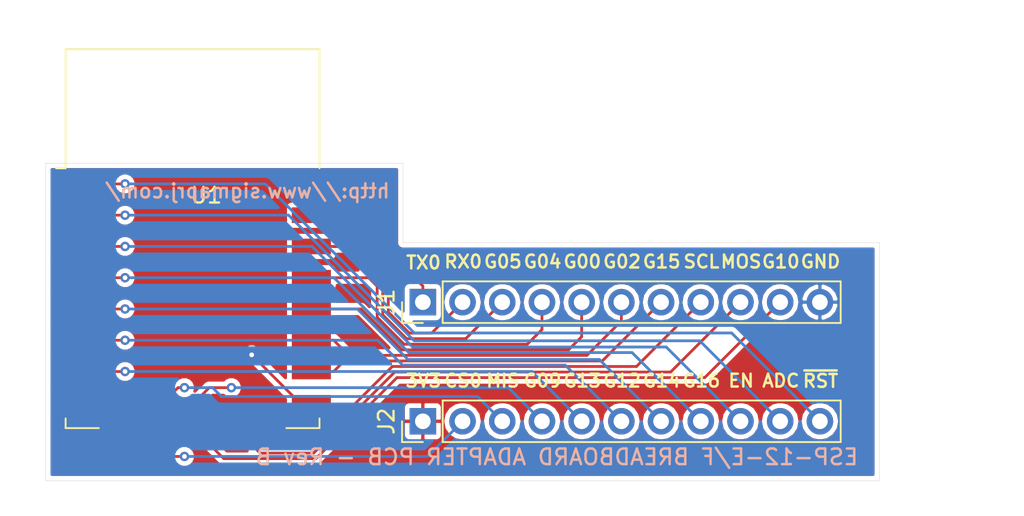
<source format=kicad_pcb>
(kicad_pcb (version 20171130) (host pcbnew 5.0.2+dfsg1-1)

  (general
    (thickness 1.6)
    (drawings 31)
    (tracks 140)
    (zones 0)
    (modules 3)
    (nets 23)
  )

  (page A4)
  (title_block
    (title "ESP-12-E/F BREADBOARD ADAPTER PCB")
    (date 2021-01-17)
    (rev B)
    (company SIGMAPRJ.COM)
    (comment 2 http://creativecommons.org/publicdomain/zero/1.0/)
    (comment 3 "License: CC0-1.0")
    (comment 4 "Author: SIGMAPRJ.COM")
  )

  (layers
    (0 F.Cu signal)
    (31 B.Cu signal)
    (32 B.Adhes user hide)
    (33 F.Adhes user hide)
    (34 B.Paste user)
    (35 F.Paste user)
    (36 B.SilkS user)
    (37 F.SilkS user)
    (38 B.Mask user)
    (39 F.Mask user)
    (40 Dwgs.User user)
    (41 Cmts.User user)
    (42 Eco1.User user hide)
    (43 Eco2.User user hide)
    (44 Edge.Cuts user)
    (45 Margin user hide)
    (46 B.CrtYd user hide)
    (47 F.CrtYd user hide)
    (48 B.Fab user)
    (49 F.Fab user)
  )

  (setup
    (last_trace_width 0.127)
    (trace_clearance 0.127)
    (zone_clearance 0.3)
    (zone_45_only no)
    (trace_min 0.127)
    (segment_width 0.0254)
    (edge_width 0.15)
    (via_size 0.6)
    (via_drill 0.3)
    (via_min_size 0.6)
    (via_min_drill 0.3)
    (uvia_size 0.3)
    (uvia_drill 0.1)
    (uvias_allowed no)
    (uvia_min_size 0.2)
    (uvia_min_drill 0.1)
    (pcb_text_width 0.3)
    (pcb_text_size 1.5 1.5)
    (mod_edge_width 0.15)
    (mod_text_size 1 1)
    (mod_text_width 0.15)
    (pad_size 1 1.8)
    (pad_drill 0)
    (pad_to_mask_clearance 0.051)
    (solder_mask_min_width 0.25)
    (aux_axis_origin 0 0)
    (visible_elements FFFFFF7F)
    (pcbplotparams
      (layerselection 0x010fc_ffffffff)
      (usegerberextensions false)
      (usegerberattributes false)
      (usegerberadvancedattributes false)
      (creategerberjobfile false)
      (excludeedgelayer true)
      (linewidth 0.100000)
      (plotframeref false)
      (viasonmask false)
      (mode 1)
      (useauxorigin false)
      (hpglpennumber 1)
      (hpglpenspeed 20)
      (hpglpendiameter 15.000000)
      (psnegative false)
      (psa4output false)
      (plotreference true)
      (plotvalue true)
      (plotinvisibletext false)
      (padsonsilk false)
      (subtractmaskfromsilk false)
      (outputformat 1)
      (mirror false)
      (drillshape 0)
      (scaleselection 1)
      (outputdirectory "gerbers"))
  )

  (net 0 "")
  (net 1 GND)
  (net 2 SCLK)
  (net 3 MOSI)
  (net 4 GPIO10)
  (net 5 GPIO15)
  (net 6 GPIO2)
  (net 7 GPIO0)
  (net 8 GPIO4)
  (net 9 GPIO5)
  (net 10 RXD0)
  (net 11 TXD0)
  (net 12 +3V3)
  (net 13 CS0)
  (net 14 MISO)
  (net 15 GPIO9)
  (net 16 GPIO13)
  (net 17 GPIO12)
  (net 18 GPIO14)
  (net 19 GPIO16)
  (net 20 EN)
  (net 21 ADC)
  (net 22 ~RST)

  (net_class Default "This is the default net class."
    (clearance 0.127)
    (trace_width 0.127)
    (via_dia 0.6)
    (via_drill 0.3)
    (uvia_dia 0.3)
    (uvia_drill 0.1)
  )

  (net_class Normal ""
    (clearance 0.1778)
    (trace_width 0.1778)
    (via_dia 0.6)
    (via_drill 0.3)
    (uvia_dia 0.3)
    (uvia_drill 0.1)
    (add_net +3V3)
    (add_net ADC)
    (add_net CS0)
    (add_net EN)
    (add_net GND)
    (add_net GPIO0)
    (add_net GPIO10)
    (add_net GPIO12)
    (add_net GPIO13)
    (add_net GPIO14)
    (add_net GPIO15)
    (add_net GPIO16)
    (add_net GPIO2)
    (add_net GPIO4)
    (add_net GPIO5)
    (add_net GPIO9)
    (add_net MISO)
    (add_net MOSI)
    (add_net RXD0)
    (add_net SCLK)
    (add_net TXD0)
    (add_net ~RST)
  )

  (module RF_Module:ESP-12E (layer F.Cu) (tedit 5DE59E7F) (tstamp 5DE43AE4)
    (at 131.318 96.266)
    (descr "Wi-Fi Module, http://wiki.ai-thinker.com/_media/esp8266/docs/aithinker_esp_12f_datasheet_en.pdf")
    (tags "Wi-Fi Module")
    (path /5DE1988F)
    (attr smd)
    (fp_text reference U1 (at 0.882 -2.766) (layer F.SilkS)
      (effects (font (size 1 1) (thickness 0.15)))
    )
    (fp_text value ESP-12E (at -0.06 -12.78) (layer F.Fab)
      (effects (font (size 1 1) (thickness 0.15)))
    )
    (fp_text user Antenna (at -0.06 -7 180) (layer Cmts.User)
      (effects (font (size 1 1) (thickness 0.15)))
    )
    (fp_text user "KEEP-OUT ZONE" (at 0.03 -9.55 180) (layer Cmts.User)
      (effects (font (size 1 1) (thickness 0.15)))
    )
    (fp_text user %R (at 0.49 -0.8) (layer F.Fab)
      (effects (font (size 1 1) (thickness 0.15)))
    )
    (fp_line (start -8 -12) (end 8 -12) (layer F.Fab) (width 0.12))
    (fp_line (start 8 -12) (end 8 12) (layer F.Fab) (width 0.12))
    (fp_line (start 8 12) (end -8 12) (layer F.Fab) (width 0.12))
    (fp_line (start -8 12) (end -8 -3) (layer F.Fab) (width 0.12))
    (fp_line (start -8 -3) (end -7.5 -3.5) (layer F.Fab) (width 0.12))
    (fp_line (start -7.5 -3.5) (end -8 -4) (layer F.Fab) (width 0.12))
    (fp_line (start -8 -4) (end -8 -12) (layer F.Fab) (width 0.12))
    (fp_line (start -9.05 -12.2) (end 9.05 -12.2) (layer F.CrtYd) (width 0.05))
    (fp_line (start 9.05 -12.2) (end 9.05 13.1) (layer F.CrtYd) (width 0.05))
    (fp_line (start 9.05 13.1) (end -9.05 13.1) (layer F.CrtYd) (width 0.05))
    (fp_line (start -9.05 13.1) (end -9.05 -12.2) (layer F.CrtYd) (width 0.05))
    (fp_line (start -8.12 -12.12) (end 8.12 -12.12) (layer F.SilkS) (width 0.12))
    (fp_line (start 8.12 -12.12) (end 8.12 -4.5) (layer F.SilkS) (width 0.12))
    (fp_line (start 8.12 11.5) (end 8.12 12.12) (layer F.SilkS) (width 0.12))
    (fp_line (start 8.12 12.12) (end 6 12.12) (layer F.SilkS) (width 0.12))
    (fp_line (start -6 12.12) (end -8.12 12.12) (layer F.SilkS) (width 0.12))
    (fp_line (start -8.12 12.12) (end -8.12 11.5) (layer F.SilkS) (width 0.12))
    (fp_line (start -8.12 -4.5) (end -8.12 -12.12) (layer F.SilkS) (width 0.12))
    (fp_line (start -8.12 -4.5) (end -8.73 -4.5) (layer F.SilkS) (width 0.12))
    (fp_line (start -8.12 -12.12) (end 8.12 -12.12) (layer Dwgs.User) (width 0.12))
    (fp_line (start 8.12 -12.12) (end 8.12 -4.8) (layer Dwgs.User) (width 0.12))
    (fp_line (start 8.12 -4.8) (end -8.12 -4.8) (layer Dwgs.User) (width 0.12))
    (fp_line (start -8.12 -4.8) (end -8.12 -12.12) (layer Dwgs.User) (width 0.12))
    (fp_line (start -8.12 -9.12) (end -5.12 -12.12) (layer Dwgs.User) (width 0.12))
    (fp_line (start -8.12 -6.12) (end -2.12 -12.12) (layer Dwgs.User) (width 0.12))
    (fp_line (start -6.44 -4.8) (end 0.88 -12.12) (layer Dwgs.User) (width 0.12))
    (fp_line (start -3.44 -4.8) (end 3.88 -12.12) (layer Dwgs.User) (width 0.12))
    (fp_line (start -0.44 -4.8) (end 6.88 -12.12) (layer Dwgs.User) (width 0.12))
    (fp_line (start 2.56 -4.8) (end 8.12 -10.36) (layer Dwgs.User) (width 0.12))
    (fp_line (start 5.56 -4.8) (end 8.12 -7.36) (layer Dwgs.User) (width 0.12))
    (pad 1 smd rect (at -7.6 -3.5) (size 2.5 1) (layers F.Cu F.Paste F.Mask)
      (net 22 ~RST))
    (pad 2 smd rect (at -7.6 -1.5) (size 2.5 1) (layers F.Cu F.Paste F.Mask)
      (net 21 ADC))
    (pad 3 smd rect (at -7.6 0.5) (size 2.5 1) (layers F.Cu F.Paste F.Mask)
      (net 20 EN))
    (pad 4 smd rect (at -7.6 2.5) (size 2.5 1) (layers F.Cu F.Paste F.Mask)
      (net 19 GPIO16))
    (pad 5 smd rect (at -7.6 4.5) (size 2.5 1) (layers F.Cu F.Paste F.Mask)
      (net 18 GPIO14))
    (pad 6 smd rect (at -7.6 6.5) (size 2.5 1) (layers F.Cu F.Paste F.Mask)
      (net 17 GPIO12))
    (pad 7 smd rect (at -7.6 8.5) (size 2.5 1) (layers F.Cu F.Paste F.Mask)
      (net 16 GPIO13))
    (pad 8 smd rect (at -7.6 10.5) (size 2.5 1) (layers F.Cu F.Paste F.Mask)
      (net 12 +3V3))
    (pad 9 smd rect (at -5 12) (size 1 1.8) (layers F.Cu F.Paste F.Mask)
      (net 13 CS0))
    (pad 10 smd rect (at -3 12) (size 1 1.8) (layers F.Cu F.Paste F.Mask)
      (net 14 MISO))
    (pad 11 smd rect (at -1 12) (size 1 1.8) (layers F.Cu F.Paste F.Mask)
      (net 15 GPIO9))
    (pad 12 smd rect (at 1 12) (size 1 1.8) (layers F.Cu F.Paste F.Mask)
      (net 4 GPIO10))
    (pad 13 smd rect (at 3 12) (size 1 1.8) (layers F.Cu F.Paste F.Mask)
      (net 3 MOSI))
    (pad 14 smd rect (at 5 12) (size 1 1.8) (layers F.Cu F.Paste F.Mask)
      (net 2 SCLK))
    (pad 15 smd rect (at 7.6 10.5) (size 2.5 1) (layers F.Cu F.Paste F.Mask)
      (net 1 GND))
    (pad 16 smd rect (at 7.6 8.5) (size 2.5 1) (layers F.Cu F.Paste F.Mask)
      (net 5 GPIO15))
    (pad 17 smd rect (at 7.6 6.5) (size 2.5 1) (layers F.Cu F.Paste F.Mask)
      (net 6 GPIO2))
    (pad 18 smd rect (at 7.6 4.5) (size 2.5 1) (layers F.Cu F.Paste F.Mask)
      (net 7 GPIO0))
    (pad 19 smd rect (at 7.6 2.5) (size 2.5 1) (layers F.Cu F.Paste F.Mask)
      (net 8 GPIO4))
    (pad 20 smd rect (at 7.6 0.5) (size 2.5 1) (layers F.Cu F.Paste F.Mask)
      (net 9 GPIO5))
    (pad 21 smd rect (at 7.6 -1.5) (size 2.5 1) (layers F.Cu F.Paste F.Mask)
      (net 10 RXD0))
    (pad 22 smd rect (at 7.6 -3.5) (size 2.5 1) (layers F.Cu F.Paste F.Mask)
      (net 11 TXD0))
    (model ${KISYS3DMOD}/RF_Module.3dshapes/ESP-12E.wrl
      (at (xyz 0 0 0))
      (scale (xyz 1 1 1))
      (rotate (xyz 0 0 0))
    )
  )

  (module Connector_PinHeader_2.54mm:PinHeader_1x11_P2.54mm_Vertical locked (layer F.Cu) (tedit 59FED5CC) (tstamp 5DE43285)
    (at 146.05 100.33 90)
    (descr "Through hole straight pin header, 1x11, 2.54mm pitch, single row")
    (tags "Through hole pin header THT 1x11 2.54mm single row")
    (path /5DE19B8A)
    (fp_text reference J1 (at 0 -2.33 90) (layer F.SilkS)
      (effects (font (size 1 1) (thickness 0.15)))
    )
    (fp_text value Conn_01x11 (at -2.7178 13.1826 180) (layer F.Fab)
      (effects (font (size 1 1) (thickness 0.15)))
    )
    (fp_text user %R (at 0 12.7 180) (layer F.Fab)
      (effects (font (size 1 1) (thickness 0.15)))
    )
    (fp_line (start 1.8 -1.8) (end -1.8 -1.8) (layer F.CrtYd) (width 0.05))
    (fp_line (start 1.8 27.2) (end 1.8 -1.8) (layer F.CrtYd) (width 0.05))
    (fp_line (start -1.8 27.2) (end 1.8 27.2) (layer F.CrtYd) (width 0.05))
    (fp_line (start -1.8 -1.8) (end -1.8 27.2) (layer F.CrtYd) (width 0.05))
    (fp_line (start -1.33 -1.33) (end 0 -1.33) (layer F.SilkS) (width 0.12))
    (fp_line (start -1.33 0) (end -1.33 -1.33) (layer F.SilkS) (width 0.12))
    (fp_line (start -1.33 1.27) (end 1.33 1.27) (layer F.SilkS) (width 0.12))
    (fp_line (start 1.33 1.27) (end 1.33 26.73) (layer F.SilkS) (width 0.12))
    (fp_line (start -1.33 1.27) (end -1.33 26.73) (layer F.SilkS) (width 0.12))
    (fp_line (start -1.33 26.73) (end 1.33 26.73) (layer F.SilkS) (width 0.12))
    (fp_line (start -1.27 -0.635) (end -0.635 -1.27) (layer F.Fab) (width 0.1))
    (fp_line (start -1.27 26.67) (end -1.27 -0.635) (layer F.Fab) (width 0.1))
    (fp_line (start 1.27 26.67) (end -1.27 26.67) (layer F.Fab) (width 0.1))
    (fp_line (start 1.27 -1.27) (end 1.27 26.67) (layer F.Fab) (width 0.1))
    (fp_line (start -0.635 -1.27) (end 1.27 -1.27) (layer F.Fab) (width 0.1))
    (pad 11 thru_hole oval (at 0 25.4 90) (size 1.7 1.7) (drill 1) (layers *.Cu *.Mask)
      (net 1 GND))
    (pad 10 thru_hole oval (at 0 22.86 90) (size 1.7 1.7) (drill 1) (layers *.Cu *.Mask)
      (net 4 GPIO10))
    (pad 9 thru_hole oval (at 0 20.32 90) (size 1.7 1.7) (drill 1) (layers *.Cu *.Mask)
      (net 3 MOSI))
    (pad 8 thru_hole oval (at 0 17.78 90) (size 1.7 1.7) (drill 1) (layers *.Cu *.Mask)
      (net 2 SCLK))
    (pad 7 thru_hole oval (at 0 15.24 90) (size 1.7 1.7) (drill 1) (layers *.Cu *.Mask)
      (net 5 GPIO15))
    (pad 6 thru_hole oval (at 0 12.7 90) (size 1.7 1.7) (drill 1) (layers *.Cu *.Mask)
      (net 6 GPIO2))
    (pad 5 thru_hole oval (at 0 10.16 90) (size 1.7 1.7) (drill 1) (layers *.Cu *.Mask)
      (net 7 GPIO0))
    (pad 4 thru_hole oval (at 0 7.62 90) (size 1.7 1.7) (drill 1) (layers *.Cu *.Mask)
      (net 8 GPIO4))
    (pad 3 thru_hole oval (at 0 5.08 90) (size 1.7 1.7) (drill 1) (layers *.Cu *.Mask)
      (net 9 GPIO5))
    (pad 2 thru_hole oval (at 0 2.54 90) (size 1.7 1.7) (drill 1) (layers *.Cu *.Mask)
      (net 10 RXD0))
    (pad 1 thru_hole rect (at 0 0 90) (size 1.7 1.7) (drill 1) (layers *.Cu *.Mask)
      (net 11 TXD0))
    (model ${KISYS3DMOD}/Connector_PinHeader_2.54mm.3dshapes/PinHeader_1x11_P2.54mm_Vertical.wrl
      (at (xyz 0 0 0))
      (scale (xyz 1 1 1))
      (rotate (xyz 0 0 0))
    )
  )

  (module Connector_PinHeader_2.54mm:PinHeader_1x11_P2.54mm_Vertical locked (layer F.Cu) (tedit 59FED5CC) (tstamp 5DE432A4)
    (at 146.05 107.95 90)
    (descr "Through hole straight pin header, 1x11, 2.54mm pitch, single row")
    (tags "Through hole pin header THT 1x11 2.54mm single row")
    (path /5DE19AD0)
    (fp_text reference J2 (at 0 -2.33 90) (layer F.SilkS)
      (effects (font (size 1 1) (thickness 0.15)))
    )
    (fp_text value Conn_01x11 (at -3.048 13.208 180) (layer F.Fab)
      (effects (font (size 1 1) (thickness 0.15)))
    )
    (fp_line (start -0.635 -1.27) (end 1.27 -1.27) (layer F.Fab) (width 0.1))
    (fp_line (start 1.27 -1.27) (end 1.27 26.67) (layer F.Fab) (width 0.1))
    (fp_line (start 1.27 26.67) (end -1.27 26.67) (layer F.Fab) (width 0.1))
    (fp_line (start -1.27 26.67) (end -1.27 -0.635) (layer F.Fab) (width 0.1))
    (fp_line (start -1.27 -0.635) (end -0.635 -1.27) (layer F.Fab) (width 0.1))
    (fp_line (start -1.33 26.73) (end 1.33 26.73) (layer F.SilkS) (width 0.12))
    (fp_line (start -1.33 1.27) (end -1.33 26.73) (layer F.SilkS) (width 0.12))
    (fp_line (start 1.33 1.27) (end 1.33 26.73) (layer F.SilkS) (width 0.12))
    (fp_line (start -1.33 1.27) (end 1.33 1.27) (layer F.SilkS) (width 0.12))
    (fp_line (start -1.33 0) (end -1.33 -1.33) (layer F.SilkS) (width 0.12))
    (fp_line (start -1.33 -1.33) (end 0 -1.33) (layer F.SilkS) (width 0.12))
    (fp_line (start -1.8 -1.8) (end -1.8 27.2) (layer F.CrtYd) (width 0.05))
    (fp_line (start -1.8 27.2) (end 1.8 27.2) (layer F.CrtYd) (width 0.05))
    (fp_line (start 1.8 27.2) (end 1.8 -1.8) (layer F.CrtYd) (width 0.05))
    (fp_line (start 1.8 -1.8) (end -1.8 -1.8) (layer F.CrtYd) (width 0.05))
    (fp_text user %R (at 0 12.7 180) (layer F.Fab)
      (effects (font (size 1 1) (thickness 0.15)))
    )
    (pad 1 thru_hole rect (at 0 0 90) (size 1.7 1.7) (drill 1) (layers *.Cu *.Mask)
      (net 12 +3V3))
    (pad 2 thru_hole oval (at 0 2.54 90) (size 1.7 1.7) (drill 1) (layers *.Cu *.Mask)
      (net 13 CS0))
    (pad 3 thru_hole oval (at 0 5.08 90) (size 1.7 1.7) (drill 1) (layers *.Cu *.Mask)
      (net 14 MISO))
    (pad 4 thru_hole oval (at 0 7.62 90) (size 1.7 1.7) (drill 1) (layers *.Cu *.Mask)
      (net 15 GPIO9))
    (pad 5 thru_hole oval (at 0 10.16 90) (size 1.7 1.7) (drill 1) (layers *.Cu *.Mask)
      (net 16 GPIO13))
    (pad 6 thru_hole oval (at 0 12.7 90) (size 1.7 1.7) (drill 1) (layers *.Cu *.Mask)
      (net 17 GPIO12))
    (pad 7 thru_hole oval (at 0 15.24 90) (size 1.7 1.7) (drill 1) (layers *.Cu *.Mask)
      (net 18 GPIO14))
    (pad 8 thru_hole oval (at 0 17.78 90) (size 1.7 1.7) (drill 1) (layers *.Cu *.Mask)
      (net 19 GPIO16))
    (pad 9 thru_hole oval (at 0 20.32 90) (size 1.7 1.7) (drill 1) (layers *.Cu *.Mask)
      (net 20 EN))
    (pad 10 thru_hole oval (at 0 22.86 90) (size 1.7 1.7) (drill 1) (layers *.Cu *.Mask)
      (net 21 ADC))
    (pad 11 thru_hole oval (at 0 25.4 90) (size 1.7 1.7) (drill 1) (layers *.Cu *.Mask)
      (net 22 ~RST))
    (model ${KISYS3DMOD}/Connector_PinHeader_2.54mm.3dshapes/PinHeader_1x11_P2.54mm_Vertical.wrl
      (at (xyz 0 0 0))
      (scale (xyz 1 1 1))
      (rotate (xyz 0 0 0))
    )
  )

  (gr_text http://www.sigmaprj.com/ (at 144.018 93.218) (layer B.SilkS) (tstamp 5FF62D33)
    (effects (font (size 0.9 0.9) (thickness 0.16)) (justify left mirror))
  )
  (gr_text "ESP-12-E/F BREADBOARD ADAPTER PCB - Rev B" (at 173.99 110.236) (layer B.SilkS)
    (effects (font (size 1 1) (thickness 0.16)) (justify left mirror))
  )
  (gr_text GND (at 171.49 97.7354) (layer F.SilkS) (tstamp 5DE6D5DF)
    (effects (font (size 0.82 0.82) (thickness 0.16)))
  )
  (gr_text G10 (at 168.95 97.7354) (layer F.SilkS) (tstamp 5DE6D5DD)
    (effects (font (size 0.82 0.82) (thickness 0.16)))
  )
  (gr_text MOS (at 166.41 97.7354) (layer F.SilkS) (tstamp 5DE6D5DB)
    (effects (font (size 0.82 0.82) (thickness 0.16)))
  )
  (gr_text SCL (at 163.87 97.7354) (layer F.SilkS) (tstamp 5DE6D5D9)
    (effects (font (size 0.82 0.82) (thickness 0.16)))
  )
  (gr_text G15 (at 161.33 97.7354) (layer F.SilkS) (tstamp 5DE6D5D7)
    (effects (font (size 0.82 0.82) (thickness 0.16)))
  )
  (gr_text G02 (at 158.79 97.7354) (layer F.SilkS) (tstamp 5DE6D5D5)
    (effects (font (size 0.82 0.82) (thickness 0.16)))
  )
  (gr_text G00 (at 156.25 97.7354) (layer F.SilkS) (tstamp 5DE6D27A)
    (effects (font (size 0.82 0.82) (thickness 0.16)))
  )
  (gr_text G04 (at 153.71 97.7354) (layer F.SilkS) (tstamp 5DE6D247)
    (effects (font (size 0.82 0.82) (thickness 0.16)))
  )
  (gr_text G05 (at 151.17 97.7354) (layer F.SilkS) (tstamp 5DE6D244)
    (effects (font (size 0.82 0.82) (thickness 0.16)))
  )
  (gr_text RX0 (at 148.63 97.7354) (layer F.SilkS) (tstamp 5DE6D241)
    (effects (font (size 0.82 0.82) (thickness 0.16)))
  )
  (gr_text TX0 (at 146.09 97.8) (layer F.SilkS) (tstamp 5DE6D23E)
    (effects (font (size 0.82 0.82) (thickness 0.16)))
  )
  (gr_text ~RST (at 171.49 105.3741) (layer F.SilkS) (tstamp 5DE6D1DA)
    (effects (font (size 0.82 0.82) (thickness 0.16)))
  )
  (gr_text ADC (at 168.95 105.3554) (layer F.SilkS) (tstamp 5DE6D1D1)
    (effects (font (size 0.82 0.82) (thickness 0.16)))
  )
  (gr_text EN (at 166.41 105.3554) (layer F.SilkS) (tstamp 5DE6D1C8)
    (effects (font (size 0.82 0.82) (thickness 0.16)))
  )
  (gr_text G16 (at 163.87 105.3554) (layer F.SilkS) (tstamp 5DE6D1BE)
    (effects (font (size 0.82 0.82) (thickness 0.16)))
  )
  (gr_text G14 (at 161.33 105.3554) (layer F.SilkS) (tstamp 5DE6D1B4)
    (effects (font (size 0.82 0.82) (thickness 0.16)))
  )
  (gr_text G12 (at 158.79 105.3554) (layer F.SilkS) (tstamp 5DE6D1A8)
    (effects (font (size 0.82 0.82) (thickness 0.16)))
  )
  (gr_text G13 (at 156.25 105.3554) (layer F.SilkS) (tstamp 5DE6D18E)
    (effects (font (size 0.82 0.82) (thickness 0.16)))
  )
  (gr_text G09 (at 153.71 105.3554) (layer F.SilkS) (tstamp 5DE6D183)
    (effects (font (size 0.82 0.82) (thickness 0.16)))
  )
  (gr_text MIS (at 151.17 105.3554) (layer F.SilkS) (tstamp 5DE6D170)
    (effects (font (size 0.82 0.82) (thickness 0.16)))
  )
  (gr_text CS0 (at 148.63 105.3554) (layer F.SilkS) (tstamp 5DE6D169)
    (effects (font (size 0.82 0.82) (thickness 0.16)))
  )
  (gr_text 3V3 (at 146.09 105.3554) (layer F.SilkS)
    (effects (font (size 0.82 0.82) (thickness 0.16)))
  )
  (gr_line (start 175.26 111.76) (end 175.26 96.52) (layer Edge.Cuts) (width 0.0254))
  (gr_line (start 121.92 111.76) (end 175.26 111.76) (layer Edge.Cuts) (width 0.0254))
  (gr_line (start 121.92 91.44) (end 121.92 111.76) (layer Edge.Cuts) (width 0.0254))
  (gr_line (start 144.78 91.44) (end 121.92 91.44) (layer Edge.Cuts) (width 0.0254))
  (gr_line (start 144.78 96.52) (end 144.78 91.44) (layer Edge.Cuts) (width 0.0254))
  (gr_line (start 175.26 96.52) (end 144.78 96.52) (layer Edge.Cuts) (width 0.0254))
  (dimension 7.62 (width 0.0762) (layer F.Fab)
    (gr_text "300 mils" (at 182.2936 104.143924 90) (layer F.Fab)
      (effects (font (size 1.5 1.5) (thickness 0.0762)))
    )
    (feature1 (pts (xy 171.516362 100.333924) (xy 181.186421 100.333924)))
    (feature2 (pts (xy 171.516362 107.953924) (xy 181.186421 107.953924)))
    (crossbar (pts (xy 180.6 107.953924) (xy 180.6 100.333924)))
    (arrow1a (pts (xy 180.6 100.333924) (xy 181.186421 101.460428)))
    (arrow1b (pts (xy 180.6 100.333924) (xy 180.013579 101.460428)))
    (arrow2a (pts (xy 180.6 107.953924) (xy 181.186421 106.82742)))
    (arrow2b (pts (xy 180.6 107.953924) (xy 180.013579 106.82742)))
  )

  (segment (start 138.918 106.766) (end 139.668 106.766) (width 0.1778) (layer F.Cu) (net 1))
  (via (at 135.1 103.7) (size 0.6) (drill 0.3) (layers F.Cu B.Cu) (net 1))
  (segment (start 135.102 103.7) (end 135.1 103.7) (width 0.1778) (layer F.Cu) (net 1))
  (segment (start 138.168 106.766) (end 135.102 103.7) (width 0.1778) (layer F.Cu) (net 1))
  (segment (start 138.918 106.766) (end 138.168 106.766) (width 0.1778) (layer F.Cu) (net 1))
  (segment (start 136.318 108.266) (end 136.9958 108.266) (width 0.1778) (layer F.Cu) (net 2))
  (segment (start 136.318 108.266) (end 140.273 108.266) (width 0.1778) (layer F.Cu) (net 2))
  (segment (start 162.980001 101.179999) (end 163.83 100.33) (width 0.1778) (layer F.Cu) (net 2))
  (segment (start 159.715141 104.444859) (end 162.980001 101.179999) (width 0.1778) (layer F.Cu) (net 2))
  (segment (start 144.094141 104.444859) (end 159.715141 104.444859) (width 0.1778) (layer F.Cu) (net 2))
  (segment (start 140.273 108.266) (end 144.094141 104.444859) (width 0.1778) (layer F.Cu) (net 2))
  (segment (start 134.318 108.666) (end 135.634 109.982) (width 0.1778) (layer F.Cu) (net 3))
  (segment (start 134.318 108.266) (end 134.318 108.666) (width 0.1778) (layer F.Cu) (net 3))
  (segment (start 161.899531 104.800469) (end 165.520001 101.179999) (width 0.1778) (layer F.Cu) (net 3))
  (segment (start 165.520001 101.179999) (end 166.37 100.33) (width 0.1778) (layer F.Cu) (net 3))
  (segment (start 139.065 109.982) (end 144.246531 104.800469) (width 0.1778) (layer F.Cu) (net 3))
  (segment (start 144.246531 104.800469) (end 161.899531 104.800469) (width 0.1778) (layer F.Cu) (net 3))
  (segment (start 135.634 109.982) (end 139.065 109.982) (width 0.1778) (layer F.Cu) (net 3))
  (segment (start 132.318 108.266) (end 132.318 108.666) (width 0.1778) (layer F.Cu) (net 4))
  (segment (start 164.083921 105.156079) (end 168.060001 101.179999) (width 0.1778) (layer F.Cu) (net 4))
  (segment (start 144.393829 105.156079) (end 164.083921 105.156079) (width 0.1778) (layer F.Cu) (net 4))
  (segment (start 139.212299 110.337609) (end 144.393829 105.156079) (width 0.1778) (layer F.Cu) (net 4))
  (segment (start 133.31181 110.33761) (end 139.212299 110.337609) (width 0.1778) (layer F.Cu) (net 4))
  (segment (start 132.318 109.3438) (end 133.31181 110.33761) (width 0.1778) (layer F.Cu) (net 4))
  (segment (start 168.060001 101.179999) (end 168.91 100.33) (width 0.1778) (layer F.Cu) (net 4))
  (segment (start 132.318 108.266) (end 132.318 109.3438) (width 0.1778) (layer F.Cu) (net 4))
  (segment (start 157.530751 104.089249) (end 160.440001 101.179999) (width 0.1778) (layer F.Cu) (net 5))
  (segment (start 141.022551 104.089249) (end 157.530751 104.089249) (width 0.1778) (layer F.Cu) (net 5))
  (segment (start 140.3458 104.766) (end 141.022551 104.089249) (width 0.1778) (layer F.Cu) (net 5))
  (segment (start 160.440001 101.179999) (end 161.29 100.33) (width 0.1778) (layer F.Cu) (net 5))
  (segment (start 138.918 104.766) (end 140.3458 104.766) (width 0.1778) (layer F.Cu) (net 5))
  (segment (start 158.75 101.532081) (end 158.75 100.33) (width 0.1778) (layer F.Cu) (net 6))
  (segment (start 141.313439 103.733639) (end 156.548442 103.733639) (width 0.1778) (layer F.Cu) (net 6))
  (segment (start 140.3458 102.766) (end 141.313439 103.733639) (width 0.1778) (layer F.Cu) (net 6))
  (segment (start 156.548442 103.733639) (end 158.75 101.532081) (width 0.1778) (layer F.Cu) (net 6))
  (segment (start 138.918 102.766) (end 140.3458 102.766) (width 0.1778) (layer F.Cu) (net 6))
  (segment (start 144.708921 103.378029) (end 155.371771 103.378029) (width 0.1778) (layer F.Cu) (net 7))
  (segment (start 142.096892 100.766) (end 144.708921 103.378029) (width 0.1778) (layer F.Cu) (net 7))
  (segment (start 138.918 100.766) (end 142.096892 100.766) (width 0.1778) (layer F.Cu) (net 7))
  (segment (start 156.21 102.5398) (end 156.21 100.33) (width 0.1778) (layer F.Cu) (net 7))
  (segment (start 155.371771 103.378029) (end 156.21 102.5398) (width 0.1778) (layer F.Cu) (net 7))
  (segment (start 138.918 98.766) (end 142.582131 98.766) (width 0.1778) (layer F.Cu) (net 8))
  (segment (start 143.12899 99.312859) (end 143.12899 101.29519) (width 0.1778) (layer F.Cu) (net 8))
  (segment (start 142.582131 98.766) (end 143.12899 99.312859) (width 0.1778) (layer F.Cu) (net 8))
  (segment (start 144.856219 103.022419) (end 152.730181 103.022419) (width 0.1778) (layer F.Cu) (net 8))
  (segment (start 143.12899 101.29519) (end 144.856219 103.022419) (width 0.1778) (layer F.Cu) (net 8))
  (segment (start 153.67 102.0826) (end 153.67 100.33) (width 0.1778) (layer F.Cu) (net 8))
  (segment (start 152.730181 103.022419) (end 153.67 102.0826) (width 0.1778) (layer F.Cu) (net 8))
  (segment (start 145.008609 102.666809) (end 148.793191 102.666809) (width 0.1778) (layer F.Cu) (net 9))
  (segment (start 143.4846 101.1428) (end 145.008609 102.666809) (width 0.1778) (layer F.Cu) (net 9))
  (segment (start 148.793191 102.666809) (end 149.4 102.06) (width 0.1778) (layer F.Cu) (net 9))
  (segment (start 143.4846 99.165561) (end 143.4846 101.1428) (width 0.1778) (layer F.Cu) (net 9))
  (segment (start 141.093039 96.774) (end 143.4846 99.165561) (width 0.1778) (layer F.Cu) (net 9))
  (segment (start 140.3538 96.774) (end 141.093039 96.774) (width 0.1778) (layer F.Cu) (net 9))
  (segment (start 149.148791 102.311209) (end 149.4 102.06) (width 0.1778) (layer F.Cu) (net 9))
  (segment (start 149.4 102.06) (end 151.13 100.33) (width 0.1778) (layer F.Cu) (net 9))
  (segment (start 140.3458 96.766) (end 140.3538 96.774) (width 0.1778) (layer F.Cu) (net 9))
  (segment (start 138.918 96.766) (end 140.3458 96.766) (width 0.1778) (layer F.Cu) (net 9))
  (segment (start 138.918 94.766) (end 139.668 94.766) (width 0.127) (layer F.Cu) (net 10))
  (segment (start 139.668 94.766) (end 139.7202 94.8182) (width 0.1778) (layer F.Cu) (net 10))
  (segment (start 139.7202 94.898253) (end 143.8402 99.018253) (width 0.1778) (layer F.Cu) (net 10))
  (segment (start 139.7202 94.8182) (end 139.7202 94.898253) (width 0.1778) (layer F.Cu) (net 10))
  (segment (start 143.8402 99.018253) (end 143.8402 100.965) (width 0.1778) (layer F.Cu) (net 10))
  (segment (start 143.8402 100.965) (end 145.1864 102.3112) (width 0.1778) (layer F.Cu) (net 10))
  (segment (start 146.6088 102.3112) (end 148.59 100.33) (width 0.1778) (layer F.Cu) (net 10))
  (segment (start 145.1864 102.3112) (end 146.6088 102.3112) (width 0.1778) (layer F.Cu) (net 10))
  (segment (start 143.953055 98.6282) (end 140.843 95.518145) (width 0.1778) (layer F.Cu) (net 11))
  (segment (start 139.668 92.766) (end 138.918 92.766) (width 0.1778) (layer F.Cu) (net 11))
  (segment (start 140.843 93.941) (end 139.668 92.766) (width 0.1778) (layer F.Cu) (net 11))
  (segment (start 140.843 95.518145) (end 140.843 93.941) (width 0.1778) (layer F.Cu) (net 11))
  (segment (start 145.376 98.6282) (end 146.05 99.3022) (width 0.1778) (layer F.Cu) (net 11))
  (segment (start 146.05 99.3022) (end 146.05 100.33) (width 0.1778) (layer F.Cu) (net 11))
  (segment (start 143.953055 98.6282) (end 145.376 98.6282) (width 0.1778) (layer F.Cu) (net 11))
  (via (at 130.8 110.2) (size 0.6) (drill 0.3) (layers F.Cu B.Cu) (net 13))
  (segment (start 126.318 108.266) (end 126.318 108.666) (width 0.1778) (layer F.Cu) (net 13))
  (segment (start 126.318 108.666) (end 127.852 110.2) (width 0.1778) (layer F.Cu) (net 13))
  (segment (start 127.852 110.2) (end 128.252 110.2) (width 0.1778) (layer F.Cu) (net 13))
  (segment (start 128.252 110.2) (end 130.8 110.2) (width 0.1778) (layer F.Cu) (net 13))
  (segment (start 146.34 110.2) (end 148.59 107.95) (width 0.1778) (layer B.Cu) (net 13))
  (segment (start 130.8 110.2) (end 146.34 110.2) (width 0.1778) (layer B.Cu) (net 13))
  (via (at 130.8 105.8) (size 0.6) (drill 0.3) (layers F.Cu B.Cu) (net 14))
  (segment (start 130.384 105.8) (end 130.8 105.8) (width 0.1778) (layer F.Cu) (net 14))
  (segment (start 128.318 107.866) (end 130.384 105.8) (width 0.1778) (layer F.Cu) (net 14))
  (segment (start 128.318 108.266) (end 128.318 107.866) (width 0.1778) (layer F.Cu) (net 14))
  (segment (start 130.8 105.8) (end 132.6 105.8) (width 0.1778) (layer B.Cu) (net 14))
  (segment (start 149.546701 106.366701) (end 150.280001 107.100001) (width 0.1778) (layer B.Cu) (net 14))
  (segment (start 133.166701 106.366701) (end 149.546701 106.366701) (width 0.1778) (layer B.Cu) (net 14))
  (segment (start 150.280001 107.100001) (end 151.13 107.95) (width 0.1778) (layer B.Cu) (net 14))
  (segment (start 132.6 105.8) (end 133.166701 106.366701) (width 0.1778) (layer B.Cu) (net 14))
  (via (at 133.8 105.8) (size 0.6) (drill 0.3) (layers F.Cu B.Cu) (net 15))
  (segment (start 132.384 105.8) (end 133.8 105.8) (width 0.1778) (layer F.Cu) (net 15))
  (segment (start 130.318 107.866) (end 132.384 105.8) (width 0.1778) (layer F.Cu) (net 15))
  (segment (start 130.318 108.266) (end 130.318 107.866) (width 0.1778) (layer F.Cu) (net 15))
  (segment (start 151.52 105.8) (end 153.67 107.95) (width 0.1778) (layer B.Cu) (net 15))
  (segment (start 133.8 105.8) (end 151.52 105.8) (width 0.1778) (layer B.Cu) (net 15))
  (via (at 127 104.766) (size 0.6) (drill 0.3) (layers F.Cu B.Cu) (net 16))
  (segment (start 123.718 104.766) (end 127 104.766) (width 0.1778) (layer F.Cu) (net 16))
  (segment (start 135.8 104.766) (end 153.026 104.766) (width 0.1778) (layer B.Cu) (net 16))
  (segment (start 127 104.766) (end 135.8 104.766) (width 0.1778) (layer B.Cu) (net 16))
  (segment (start 153.026 104.766) (end 156.21 107.95) (width 0.1778) (layer B.Cu) (net 16))
  (segment (start 135.8 104.766) (end 135.966 104.766) (width 0.1778) (layer B.Cu) (net 16))
  (via (at 127 102.766) (size 0.6) (drill 0.3) (layers F.Cu B.Cu) (net 17))
  (segment (start 123.718 102.766) (end 127 102.766) (width 0.1778) (layer F.Cu) (net 17))
  (segment (start 157.900001 107.100001) (end 158.75 107.95) (width 0.1778) (layer B.Cu) (net 17))
  (segment (start 127 102.766) (end 143.166 102.766) (width 0.1778) (layer B.Cu) (net 17))
  (segment (start 143.166 102.766) (end 144.75561 104.35561) (width 0.1778) (layer B.Cu) (net 17))
  (segment (start 155.15561 104.35561) (end 157.900001 107.100001) (width 0.1778) (layer B.Cu) (net 17))
  (segment (start 144.75561 104.35561) (end 155.15561 104.35561) (width 0.1778) (layer B.Cu) (net 17))
  (via (at 127 100.766) (size 0.6) (drill 0.3) (layers F.Cu B.Cu) (net 18))
  (segment (start 123.718 100.766) (end 127 100.766) (width 0.1778) (layer F.Cu) (net 18))
  (segment (start 145.097092 104) (end 157.34 104) (width 0.1778) (layer B.Cu) (net 18))
  (segment (start 157.34 104) (end 161.29 107.95) (width 0.1778) (layer B.Cu) (net 18))
  (segment (start 141.863092 100.766) (end 145.097092 104) (width 0.1778) (layer B.Cu) (net 18))
  (segment (start 127 100.766) (end 141.863092 100.766) (width 0.1778) (layer B.Cu) (net 18))
  (via (at 127 98.766) (size 0.6) (drill 0.3) (layers F.Cu B.Cu) (net 19))
  (segment (start 123.718 98.766) (end 127 98.766) (width 0.1778) (layer F.Cu) (net 19))
  (segment (start 162.980001 107.100001) (end 163.83 107.95) (width 0.1778) (layer B.Cu) (net 19))
  (segment (start 127 98.766) (end 140.366 98.766) (width 0.1778) (layer B.Cu) (net 19))
  (segment (start 140.366 98.766) (end 145.15561 103.55561) (width 0.1778) (layer B.Cu) (net 19))
  (segment (start 145.15561 103.55561) (end 159.43561 103.55561) (width 0.1778) (layer B.Cu) (net 19))
  (segment (start 159.43561 103.55561) (end 162.980001 107.100001) (width 0.1778) (layer B.Cu) (net 19))
  (segment (start 123.718 96.766) (end 127.2366 96.766) (width 0.1778) (layer F.Cu) (net 20))
  (via (at 127 96.766) (size 0.6) (drill 0.3) (layers F.Cu B.Cu) (net 20))
  (segment (start 145.394184 103.2) (end 161.62 103.2) (width 0.1778) (layer B.Cu) (net 20))
  (segment (start 138.960184 96.766) (end 145.394184 103.2) (width 0.1778) (layer B.Cu) (net 20))
  (segment (start 161.62 103.2) (end 166.37 107.95) (width 0.1778) (layer B.Cu) (net 20))
  (segment (start 127 96.766) (end 138.960184 96.766) (width 0.1778) (layer B.Cu) (net 20))
  (segment (start 123.718 94.766) (end 127 94.766) (width 0.1778) (layer F.Cu) (net 21))
  (via (at 127 94.766) (size 0.6) (drill 0.3) (layers F.Cu B.Cu) (net 21))
  (segment (start 163.76 102.8) (end 168.91 107.95) (width 0.1778) (layer B.Cu) (net 21))
  (segment (start 145.497092 102.8) (end 163.76 102.8) (width 0.1778) (layer B.Cu) (net 21))
  (segment (start 137.463092 94.766) (end 145.497092 102.8) (width 0.1778) (layer B.Cu) (net 21))
  (segment (start 127 94.766) (end 137.463092 94.766) (width 0.1778) (layer B.Cu) (net 21))
  (segment (start 123.718 92.766) (end 127 92.766) (width 0.1778) (layer F.Cu) (net 22))
  (via (at 127 92.766) (size 0.6) (drill 0.3) (layers F.Cu B.Cu) (net 22))
  (segment (start 127 92.766) (end 135.966 92.766) (width 0.1778) (layer B.Cu) (net 22))
  (segment (start 135.966 92.766) (end 145.5 102.3) (width 0.1778) (layer B.Cu) (net 22))
  (segment (start 165.8 102.3) (end 170.333299 106.833299) (width 0.1778) (layer B.Cu) (net 22))
  (segment (start 145.5 102.3) (end 165.8 102.3) (width 0.1778) (layer B.Cu) (net 22))
  (segment (start 170.333299 106.833299) (end 171.45 107.95) (width 0.1778) (layer B.Cu) (net 22))

  (zone (net 12) (net_name +3V3) (layer F.Cu) (tstamp 5FF63179) (hatch edge 0.508)
    (connect_pads (clearance 0.3))
    (min_thickness 0.2)
    (fill yes (arc_segments 16) (thermal_gap 0.3) (thermal_bridge_width 0.21))
    (polygon
      (pts
        (xy 120 82.5) (xy 120 112.5) (xy 177.5 112.5) (xy 177.5 82.5)
      )
    )
    (filled_polygon
      (pts
        (xy 144.3673 96.479354) (xy 144.359215 96.52) (xy 144.391245 96.681027) (xy 144.448022 96.766) (xy 144.48246 96.81754)
        (xy 144.618973 96.908755) (xy 144.78 96.940785) (xy 144.820646 96.9327) (xy 174.847301 96.9327) (xy 174.8473 111.3473)
        (xy 122.3327 111.3473) (xy 122.3327 107.642914) (xy 122.388435 107.666) (xy 123.613 107.666) (xy 123.713 107.566)
        (xy 123.713 106.771) (xy 123.723 106.771) (xy 123.723 107.566) (xy 123.823 107.666) (xy 125.047565 107.666)
        (xy 125.194582 107.605104) (xy 125.307104 107.492582) (xy 125.359535 107.366) (xy 125.410164 107.366) (xy 125.410164 109.166)
        (xy 125.441209 109.322072) (xy 125.529616 109.454384) (xy 125.661928 109.542791) (xy 125.818 109.573836) (xy 126.534428 109.573836)
        (xy 127.472247 110.511656) (xy 127.499523 110.552477) (xy 127.661241 110.660534) (xy 127.803848 110.6889) (xy 127.803849 110.6889)
        (xy 127.852 110.698478) (xy 127.900151 110.6889) (xy 130.29895 110.6889) (xy 130.403482 110.793432) (xy 130.660761 110.9)
        (xy 130.939239 110.9) (xy 131.196518 110.793432) (xy 131.393432 110.596518) (xy 131.5 110.339239) (xy 131.5 110.060761)
        (xy 131.393432 109.803482) (xy 131.196518 109.606568) (xy 131.000276 109.525282) (xy 131.106384 109.454384) (xy 131.194791 109.322072)
        (xy 131.225836 109.166) (xy 131.225836 107.649572) (xy 131.410164 107.465244) (xy 131.410164 109.166) (xy 131.441209 109.322072)
        (xy 131.529616 109.454384) (xy 131.661928 109.542791) (xy 131.818 109.573836) (xy 131.883711 109.573836) (xy 131.965524 109.696277)
        (xy 132.006344 109.723552) (xy 132.93206 110.649269) (xy 132.959334 110.690087) (xy 133.000152 110.717361) (xy 133.000154 110.717363)
        (xy 133.12105 110.798143) (xy 133.121051 110.798143) (xy 133.121052 110.798144) (xy 133.263659 110.82651) (xy 133.31181 110.836088)
        (xy 133.359961 110.82651) (xy 139.164147 110.826508) (xy 139.212299 110.836086) (xy 139.403058 110.798142) (xy 139.523954 110.717362)
        (xy 139.523955 110.717361) (xy 139.564776 110.690085) (xy 139.592052 110.649265) (xy 142.186317 108.055) (xy 144.8 108.055)
        (xy 144.8 108.879565) (xy 144.860896 109.026582) (xy 144.973418 109.139104) (xy 145.120435 109.2) (xy 145.945 109.2)
        (xy 146.045 109.1) (xy 146.045 107.955) (xy 146.055 107.955) (xy 146.055 109.1) (xy 146.155 109.2)
        (xy 146.979565 109.2) (xy 147.126582 109.139104) (xy 147.239104 109.026582) (xy 147.3 108.879565) (xy 147.3 108.055)
        (xy 147.2 107.955) (xy 146.055 107.955) (xy 146.045 107.955) (xy 144.9 107.955) (xy 144.8 108.055)
        (xy 142.186317 108.055) (xy 142.291317 107.95) (xy 147.315512 107.95) (xy 147.412527 108.437725) (xy 147.688801 108.851199)
        (xy 148.102275 109.127473) (xy 148.466891 109.2) (xy 148.713109 109.2) (xy 149.077725 109.127473) (xy 149.491199 108.851199)
        (xy 149.767473 108.437725) (xy 149.86 107.972563) (xy 149.952527 108.437725) (xy 150.228801 108.851199) (xy 150.642275 109.127473)
        (xy 151.006891 109.2) (xy 151.253109 109.2) (xy 151.617725 109.127473) (xy 152.031199 108.851199) (xy 152.307473 108.437725)
        (xy 152.4 107.972563) (xy 152.492527 108.437725) (xy 152.768801 108.851199) (xy 153.182275 109.127473) (xy 153.546891 109.2)
        (xy 153.793109 109.2) (xy 154.157725 109.127473) (xy 154.571199 108.851199) (xy 154.847473 108.437725) (xy 154.94 107.972563)
        (xy 155.032527 108.437725) (xy 155.308801 108.851199) (xy 155.722275 109.127473) (xy 156.086891 109.2) (xy 156.333109 109.2)
        (xy 156.697725 109.127473) (xy 157.111199 108.851199) (xy 157.387473 108.437725) (xy 157.48 107.972563) (xy 157.572527 108.437725)
        (xy 157.848801 108.851199) (xy 158.262275 109.127473) (xy 158.626891 109.2) (xy 158.873109 109.2) (xy 159.237725 109.127473)
        (xy 159.651199 108.851199) (xy 159.927473 108.437725) (xy 160.02 107.972563) (xy 160.112527 108.437725) (xy 160.388801 108.851199)
        (xy 160.802275 109.127473) (xy 161.166891 109.2) (xy 161.413109 109.2) (xy 161.777725 109.127473) (xy 162.191199 108.851199)
        (xy 162.467473 108.437725) (xy 162.56 107.972563) (xy 162.652527 108.437725) (xy 162.928801 108.851199) (xy 163.342275 109.127473)
        (xy 163.706891 109.2) (xy 163.953109 109.2) (xy 164.317725 109.127473) (xy 164.731199 108.851199) (xy 165.007473 108.437725)
        (xy 165.1 107.972563) (xy 165.192527 108.437725) (xy 165.468801 108.851199) (xy 165.882275 109.127473) (xy 166.246891 109.2)
        (xy 166.493109 109.2) (xy 166.857725 109.127473) (xy 167.271199 108.851199) (xy 167.547473 108.437725) (xy 167.64 107.972563)
        (xy 167.732527 108.437725) (xy 168.008801 108.851199) (xy 168.422275 109.127473) (xy 168.786891 109.2) (xy 169.033109 109.2)
        (xy 169.397725 109.127473) (xy 169.811199 108.851199) (xy 170.087473 108.437725) (xy 170.18 107.972563) (xy 170.272527 108.437725)
        (xy 170.548801 108.851199) (xy 170.962275 109.127473) (xy 171.326891 109.2) (xy 171.573109 109.2) (xy 171.937725 109.127473)
        (xy 172.351199 108.851199) (xy 172.627473 108.437725) (xy 172.724488 107.95) (xy 172.627473 107.462275) (xy 172.351199 107.048801)
        (xy 171.937725 106.772527) (xy 171.573109 106.7) (xy 171.326891 106.7) (xy 170.962275 106.772527) (xy 170.548801 107.048801)
        (xy 170.272527 107.462275) (xy 170.18 107.927437) (xy 170.087473 107.462275) (xy 169.811199 107.048801) (xy 169.397725 106.772527)
        (xy 169.033109 106.7) (xy 168.786891 106.7) (xy 168.422275 106.772527) (xy 168.008801 107.048801) (xy 167.732527 107.462275)
        (xy 167.64 107.927437) (xy 167.547473 107.462275) (xy 167.271199 107.048801) (xy 166.857725 106.772527) (xy 166.493109 106.7)
        (xy 166.246891 106.7) (xy 165.882275 106.772527) (xy 165.468801 107.048801) (xy 165.192527 107.462275) (xy 165.1 107.927437)
        (xy 165.007473 107.462275) (xy 164.731199 107.048801) (xy 164.317725 106.772527) (xy 163.953109 106.7) (xy 163.706891 106.7)
        (xy 163.342275 106.772527) (xy 162.928801 107.048801) (xy 162.652527 107.462275) (xy 162.56 107.927437) (xy 162.467473 107.462275)
        (xy 162.191199 107.048801) (xy 161.777725 106.772527) (xy 161.413109 106.7) (xy 161.166891 106.7) (xy 160.802275 106.772527)
        (xy 160.388801 107.048801) (xy 160.112527 107.462275) (xy 160.02 107.927437) (xy 159.927473 107.462275) (xy 159.651199 107.048801)
        (xy 159.237725 106.772527) (xy 158.873109 106.7) (xy 158.626891 106.7) (xy 158.262275 106.772527) (xy 157.848801 107.048801)
        (xy 157.572527 107.462275) (xy 157.48 107.927437) (xy 157.387473 107.462275) (xy 157.111199 107.048801) (xy 156.697725 106.772527)
        (xy 156.333109 106.7) (xy 156.086891 106.7) (xy 155.722275 106.772527) (xy 155.308801 107.048801) (xy 155.032527 107.462275)
        (xy 154.94 107.927437) (xy 154.847473 107.462275) (xy 154.571199 107.048801) (xy 154.157725 106.772527) (xy 153.793109 106.7)
        (xy 153.546891 106.7) (xy 153.182275 106.772527) (xy 152.768801 107.048801) (xy 152.492527 107.462275) (xy 152.4 107.927437)
        (xy 152.307473 107.462275) (xy 152.031199 107.048801) (xy 151.617725 106.772527) (xy 151.253109 106.7) (xy 151.006891 106.7)
        (xy 150.642275 106.772527) (xy 150.228801 107.048801) (xy 149.952527 107.462275) (xy 149.86 107.927437) (xy 149.767473 107.462275)
        (xy 149.491199 107.048801) (xy 149.077725 106.772527) (xy 148.713109 106.7) (xy 148.466891 106.7) (xy 148.102275 106.772527)
        (xy 147.688801 107.048801) (xy 147.412527 107.462275) (xy 147.315512 107.95) (xy 142.291317 107.95) (xy 143.220882 107.020435)
        (xy 144.8 107.020435) (xy 144.8 107.845) (xy 144.9 107.945) (xy 146.045 107.945) (xy 146.045 106.8)
        (xy 146.055 106.8) (xy 146.055 107.945) (xy 147.2 107.945) (xy 147.3 107.845) (xy 147.3 107.020435)
        (xy 147.239104 106.873418) (xy 147.126582 106.760896) (xy 146.979565 106.7) (xy 146.155 106.7) (xy 146.055 106.8)
        (xy 146.045 106.8) (xy 145.945 106.7) (xy 145.120435 106.7) (xy 144.973418 106.760896) (xy 144.860896 106.873418)
        (xy 144.8 107.020435) (xy 143.220882 107.020435) (xy 144.596338 105.644979) (xy 164.035774 105.644979) (xy 164.083921 105.654556)
        (xy 164.132068 105.644979) (xy 164.132073 105.644979) (xy 164.27468 105.616613) (xy 164.436398 105.508556) (xy 164.463676 105.467733)
        (xy 168.42366 101.507749) (xy 168.786891 101.58) (xy 169.033109 101.58) (xy 169.397725 101.507473) (xy 169.811199 101.231199)
        (xy 170.087473 100.817725) (xy 170.18 100.352563) (xy 170.272527 100.817725) (xy 170.548801 101.231199) (xy 170.962275 101.507473)
        (xy 171.326891 101.58) (xy 171.573109 101.58) (xy 171.937725 101.507473) (xy 172.351199 101.231199) (xy 172.627473 100.817725)
        (xy 172.724488 100.33) (xy 172.627473 99.842275) (xy 172.351199 99.428801) (xy 171.937725 99.152527) (xy 171.573109 99.08)
        (xy 171.326891 99.08) (xy 170.962275 99.152527) (xy 170.548801 99.428801) (xy 170.272527 99.842275) (xy 170.18 100.307437)
        (xy 170.087473 99.842275) (xy 169.811199 99.428801) (xy 169.397725 99.152527) (xy 169.033109 99.08) (xy 168.786891 99.08)
        (xy 168.422275 99.152527) (xy 168.008801 99.428801) (xy 167.732527 99.842275) (xy 167.64 100.307437) (xy 167.547473 99.842275)
        (xy 167.271199 99.428801) (xy 166.857725 99.152527) (xy 166.493109 99.08) (xy 166.246891 99.08) (xy 165.882275 99.152527)
        (xy 165.468801 99.428801) (xy 165.192527 99.842275) (xy 165.1 100.307437) (xy 165.007473 99.842275) (xy 164.731199 99.428801)
        (xy 164.317725 99.152527) (xy 163.953109 99.08) (xy 163.706891 99.08) (xy 163.342275 99.152527) (xy 162.928801 99.428801)
        (xy 162.652527 99.842275) (xy 162.56 100.307437) (xy 162.467473 99.842275) (xy 162.191199 99.428801) (xy 161.777725 99.152527)
        (xy 161.413109 99.08) (xy 161.166891 99.08) (xy 160.802275 99.152527) (xy 160.388801 99.428801) (xy 160.112527 99.842275)
        (xy 160.02 100.307437) (xy 159.927473 99.842275) (xy 159.651199 99.428801) (xy 159.237725 99.152527) (xy 158.873109 99.08)
        (xy 158.626891 99.08) (xy 158.262275 99.152527) (xy 157.848801 99.428801) (xy 157.572527 99.842275) (xy 157.48 100.307437)
        (xy 157.387473 99.842275) (xy 157.111199 99.428801) (xy 156.697725 99.152527) (xy 156.333109 99.08) (xy 156.086891 99.08)
        (xy 155.722275 99.152527) (xy 155.308801 99.428801) (xy 155.032527 99.842275) (xy 154.94 100.307437) (xy 154.847473 99.842275)
        (xy 154.571199 99.428801) (xy 154.157725 99.152527) (xy 153.793109 99.08) (xy 153.546891 99.08) (xy 153.182275 99.152527)
        (xy 152.768801 99.428801) (xy 152.492527 99.842275) (xy 152.4 100.307437) (xy 152.307473 99.842275) (xy 152.031199 99.428801)
        (xy 151.617725 99.152527) (xy 151.253109 99.08) (xy 151.006891 99.08) (xy 150.642275 99.152527) (xy 150.228801 99.428801)
        (xy 149.952527 99.842275) (xy 149.86 100.307437) (xy 149.767473 99.842275) (xy 149.491199 99.428801) (xy 149.077725 99.152527)
        (xy 148.713109 99.08) (xy 148.466891 99.08) (xy 148.102275 99.152527) (xy 147.688801 99.428801) (xy 147.412527 99.842275)
        (xy 147.315512 100.33) (xy 147.412251 100.81634) (xy 147.307836 100.920755) (xy 147.307836 99.48) (xy 147.276791 99.323928)
        (xy 147.188384 99.191616) (xy 147.056072 99.103209) (xy 146.9 99.072164) (xy 146.48429 99.072164) (xy 146.455685 99.029354)
        (xy 146.429753 98.990544) (xy 146.402477 98.949723) (xy 146.361657 98.922448) (xy 145.755754 98.316546) (xy 145.728477 98.275723)
        (xy 145.566759 98.167666) (xy 145.424152 98.1393) (xy 145.424147 98.1393) (xy 145.376 98.129723) (xy 145.327853 98.1393)
        (xy 144.155564 98.1393) (xy 141.3319 95.315637) (xy 141.3319 93.989147) (xy 141.341477 93.941) (xy 141.3319 93.892853)
        (xy 141.3319 93.892848) (xy 141.303534 93.750241) (xy 141.195477 93.588523) (xy 141.154656 93.561247) (xy 140.575836 92.982428)
        (xy 140.575836 92.266) (xy 140.544791 92.109928) (xy 140.456384 91.977616) (xy 140.324072 91.889209) (xy 140.168 91.858164)
        (xy 137.668 91.858164) (xy 137.511928 91.889209) (xy 137.379616 91.977616) (xy 137.291209 92.109928) (xy 137.260164 92.266)
        (xy 137.260164 93.266) (xy 137.291209 93.422072) (xy 137.379616 93.554384) (xy 137.511928 93.642791) (xy 137.668 93.673836)
        (xy 139.884428 93.673836) (xy 140.068755 93.858164) (xy 137.668 93.858164) (xy 137.511928 93.889209) (xy 137.379616 93.977616)
        (xy 137.291209 94.109928) (xy 137.260164 94.266) (xy 137.260164 95.266) (xy 137.291209 95.422072) (xy 137.379616 95.554384)
        (xy 137.511928 95.642791) (xy 137.668 95.673836) (xy 139.804375 95.673836) (xy 139.988703 95.858164) (xy 137.668 95.858164)
        (xy 137.511928 95.889209) (xy 137.379616 95.977616) (xy 137.291209 96.109928) (xy 137.260164 96.266) (xy 137.260164 97.266)
        (xy 137.291209 97.422072) (xy 137.379616 97.554384) (xy 137.511928 97.642791) (xy 137.668 97.673836) (xy 140.168 97.673836)
        (xy 140.324072 97.642791) (xy 140.456384 97.554384) (xy 140.544791 97.422072) (xy 140.575836 97.266) (xy 140.575836 97.2629)
        (xy 140.890531 97.2629) (xy 141.904731 98.2771) (xy 140.575836 98.2771) (xy 140.575836 98.266) (xy 140.544791 98.109928)
        (xy 140.456384 97.977616) (xy 140.324072 97.889209) (xy 140.168 97.858164) (xy 137.668 97.858164) (xy 137.511928 97.889209)
        (xy 137.379616 97.977616) (xy 137.291209 98.109928) (xy 137.260164 98.266) (xy 137.260164 99.266) (xy 137.291209 99.422072)
        (xy 137.379616 99.554384) (xy 137.511928 99.642791) (xy 137.668 99.673836) (xy 140.168 99.673836) (xy 140.324072 99.642791)
        (xy 140.456384 99.554384) (xy 140.544791 99.422072) (xy 140.575836 99.266) (xy 140.575836 99.2549) (xy 142.379623 99.2549)
        (xy 142.64009 99.515368) (xy 142.640091 100.617791) (xy 142.476646 100.454346) (xy 142.449369 100.413523) (xy 142.287651 100.305466)
        (xy 142.145044 100.2771) (xy 142.145039 100.2771) (xy 142.096892 100.267523) (xy 142.048745 100.2771) (xy 140.575836 100.2771)
        (xy 140.575836 100.266) (xy 140.544791 100.109928) (xy 140.456384 99.977616) (xy 140.324072 99.889209) (xy 140.168 99.858164)
        (xy 137.668 99.858164) (xy 137.511928 99.889209) (xy 137.379616 99.977616) (xy 137.291209 100.109928) (xy 137.260164 100.266)
        (xy 137.260164 101.266) (xy 137.291209 101.422072) (xy 137.379616 101.554384) (xy 137.511928 101.642791) (xy 137.668 101.673836)
        (xy 140.168 101.673836) (xy 140.324072 101.642791) (xy 140.456384 101.554384) (xy 140.544791 101.422072) (xy 140.575836 101.266)
        (xy 140.575836 101.2549) (xy 141.894384 101.2549) (xy 143.884222 103.244739) (xy 141.515948 103.244739) (xy 140.725554 102.454346)
        (xy 140.698277 102.413523) (xy 140.575836 102.33171) (xy 140.575836 102.266) (xy 140.544791 102.109928) (xy 140.456384 101.977616)
        (xy 140.324072 101.889209) (xy 140.168 101.858164) (xy 137.668 101.858164) (xy 137.511928 101.889209) (xy 137.379616 101.977616)
        (xy 137.291209 102.109928) (xy 137.260164 102.266) (xy 137.260164 103.266) (xy 137.291209 103.422072) (xy 137.379616 103.554384)
        (xy 137.511928 103.642791) (xy 137.668 103.673836) (xy 140.168 103.673836) (xy 140.324072 103.642791) (xy 140.448226 103.559835)
        (xy 140.652085 103.763694) (xy 140.642798 103.777593) (xy 140.448226 103.972165) (xy 140.324072 103.889209) (xy 140.168 103.858164)
        (xy 137.668 103.858164) (xy 137.511928 103.889209) (xy 137.379616 103.977616) (xy 137.291209 104.109928) (xy 137.260164 104.266)
        (xy 137.260164 105.166755) (xy 135.8 103.706592) (xy 135.8 103.560761) (xy 135.693432 103.303482) (xy 135.496518 103.106568)
        (xy 135.239239 103) (xy 134.960761 103) (xy 134.703482 103.106568) (xy 134.506568 103.303482) (xy 134.4 103.560761)
        (xy 134.4 103.839239) (xy 134.506568 104.096518) (xy 134.703482 104.293432) (xy 134.960761 104.4) (xy 135.110592 104.4)
        (xy 137.260164 106.549573) (xy 137.260164 107.266) (xy 137.291209 107.422072) (xy 137.379616 107.554384) (xy 137.511928 107.642791)
        (xy 137.668 107.673836) (xy 140.168 107.673836) (xy 140.175185 107.672407) (xy 140.070492 107.7771) (xy 137.225836 107.7771)
        (xy 137.225836 107.366) (xy 137.194791 107.209928) (xy 137.106384 107.077616) (xy 136.974072 106.989209) (xy 136.818 106.958164)
        (xy 135.818 106.958164) (xy 135.661928 106.989209) (xy 135.529616 107.077616) (xy 135.441209 107.209928) (xy 135.410164 107.366)
        (xy 135.410164 109.066755) (xy 135.225836 108.882428) (xy 135.225836 107.366) (xy 135.194791 107.209928) (xy 135.106384 107.077616)
        (xy 134.974072 106.989209) (xy 134.818 106.958164) (xy 133.818 106.958164) (xy 133.661928 106.989209) (xy 133.529616 107.077616)
        (xy 133.441209 107.209928) (xy 133.410164 107.366) (xy 133.410164 109.166) (xy 133.441209 109.322072) (xy 133.529616 109.454384)
        (xy 133.661928 109.542791) (xy 133.818 109.573836) (xy 134.534428 109.573836) (xy 134.809302 109.84871) (xy 133.51432 109.848711)
        (xy 133.111835 109.446226) (xy 133.194791 109.322072) (xy 133.225836 109.166) (xy 133.225836 107.366) (xy 133.194791 107.209928)
        (xy 133.106384 107.077616) (xy 132.974072 106.989209) (xy 132.818 106.958164) (xy 131.917245 106.958164) (xy 132.586509 106.2889)
        (xy 133.29895 106.2889) (xy 133.403482 106.393432) (xy 133.660761 106.5) (xy 133.939239 106.5) (xy 134.196518 106.393432)
        (xy 134.393432 106.196518) (xy 134.5 105.939239) (xy 134.5 105.660761) (xy 134.393432 105.403482) (xy 134.196518 105.206568)
        (xy 133.939239 105.1) (xy 133.660761 105.1) (xy 133.403482 105.206568) (xy 133.29895 105.3111) (xy 132.432146 105.3111)
        (xy 132.383999 105.301523) (xy 132.335852 105.3111) (xy 132.335848 105.3111) (xy 132.193241 105.339466) (xy 132.031523 105.447523)
        (xy 132.004247 105.488344) (xy 131.462275 106.030317) (xy 131.5 105.939239) (xy 131.5 105.660761) (xy 131.393432 105.403482)
        (xy 131.196518 105.206568) (xy 130.939239 105.1) (xy 130.660761 105.1) (xy 130.403482 105.206568) (xy 130.289788 105.320262)
        (xy 130.193241 105.339466) (xy 130.031523 105.447523) (xy 130.004247 105.488344) (xy 128.534428 106.958164) (xy 127.818 106.958164)
        (xy 127.661928 106.989209) (xy 127.529616 107.077616) (xy 127.441209 107.209928) (xy 127.410164 107.366) (xy 127.410164 109.066756)
        (xy 127.225836 108.882428) (xy 127.225836 107.366) (xy 127.194791 107.209928) (xy 127.106384 107.077616) (xy 126.974072 106.989209)
        (xy 126.818 106.958164) (xy 125.818 106.958164) (xy 125.661928 106.989209) (xy 125.529616 107.077616) (xy 125.441209 107.209928)
        (xy 125.410164 107.366) (xy 125.359535 107.366) (xy 125.368 107.345565) (xy 125.368 106.871) (xy 125.268 106.771)
        (xy 123.723 106.771) (xy 123.713 106.771) (xy 123.693 106.771) (xy 123.693 106.761) (xy 123.713 106.761)
        (xy 123.713 105.966) (xy 123.723 105.966) (xy 123.723 106.761) (xy 125.268 106.761) (xy 125.368 106.661)
        (xy 125.368 106.186435) (xy 125.307104 106.039418) (xy 125.194582 105.926896) (xy 125.047565 105.866) (xy 123.823 105.866)
        (xy 123.723 105.966) (xy 123.713 105.966) (xy 123.613 105.866) (xy 122.388435 105.866) (xy 122.3327 105.889086)
        (xy 122.3327 105.646923) (xy 122.468 105.673836) (xy 124.968 105.673836) (xy 125.124072 105.642791) (xy 125.256384 105.554384)
        (xy 125.344791 105.422072) (xy 125.375836 105.266) (xy 125.375836 105.2549) (xy 126.49895 105.2549) (xy 126.603482 105.359432)
        (xy 126.860761 105.466) (xy 127.139239 105.466) (xy 127.396518 105.359432) (xy 127.593432 105.162518) (xy 127.7 104.905239)
        (xy 127.7 104.626761) (xy 127.593432 104.369482) (xy 127.396518 104.172568) (xy 127.139239 104.066) (xy 126.860761 104.066)
        (xy 126.603482 104.172568) (xy 126.49895 104.2771) (xy 125.375836 104.2771) (xy 125.375836 104.266) (xy 125.344791 104.109928)
        (xy 125.256384 103.977616) (xy 125.124072 103.889209) (xy 124.968 103.858164) (xy 122.468 103.858164) (xy 122.3327 103.885077)
        (xy 122.3327 103.646923) (xy 122.468 103.673836) (xy 124.968 103.673836) (xy 125.124072 103.642791) (xy 125.256384 103.554384)
        (xy 125.344791 103.422072) (xy 125.375836 103.266) (xy 125.375836 103.2549) (xy 126.49895 103.2549) (xy 126.603482 103.359432)
        (xy 126.860761 103.466) (xy 127.139239 103.466) (xy 127.396518 103.359432) (xy 127.593432 103.162518) (xy 127.7 102.905239)
        (xy 127.7 102.626761) (xy 127.593432 102.369482) (xy 127.396518 102.172568) (xy 127.139239 102.066) (xy 126.860761 102.066)
        (xy 126.603482 102.172568) (xy 126.49895 102.2771) (xy 125.375836 102.2771) (xy 125.375836 102.266) (xy 125.344791 102.109928)
        (xy 125.256384 101.977616) (xy 125.124072 101.889209) (xy 124.968 101.858164) (xy 122.468 101.858164) (xy 122.3327 101.885077)
        (xy 122.3327 101.646923) (xy 122.468 101.673836) (xy 124.968 101.673836) (xy 125.124072 101.642791) (xy 125.256384 101.554384)
        (xy 125.344791 101.422072) (xy 125.375836 101.266) (xy 125.375836 101.2549) (xy 126.49895 101.2549) (xy 126.603482 101.359432)
        (xy 126.860761 101.466) (xy 127.139239 101.466) (xy 127.396518 101.359432) (xy 127.593432 101.162518) (xy 127.7 100.905239)
        (xy 127.7 100.626761) (xy 127.593432 100.369482) (xy 127.396518 100.172568) (xy 127.139239 100.066) (xy 126.860761 100.066)
        (xy 126.603482 100.172568) (xy 126.49895 100.2771) (xy 125.375836 100.2771) (xy 125.375836 100.266) (xy 125.344791 100.109928)
        (xy 125.256384 99.977616) (xy 125.124072 99.889209) (xy 124.968 99.858164) (xy 122.468 99.858164) (xy 122.3327 99.885077)
        (xy 122.3327 99.646923) (xy 122.468 99.673836) (xy 124.968 99.673836) (xy 125.124072 99.642791) (xy 125.256384 99.554384)
        (xy 125.344791 99.422072) (xy 125.375836 99.266) (xy 125.375836 99.2549) (xy 126.49895 99.2549) (xy 126.603482 99.359432)
        (xy 126.860761 99.466) (xy 127.139239 99.466) (xy 127.396518 99.359432) (xy 127.593432 99.162518) (xy 127.7 98.905239)
        (xy 127.7 98.626761) (xy 127.593432 98.369482) (xy 127.396518 98.172568) (xy 127.139239 98.066) (xy 126.860761 98.066)
        (xy 126.603482 98.172568) (xy 126.49895 98.2771) (xy 125.375836 98.2771) (xy 125.375836 98.266) (xy 125.344791 98.109928)
        (xy 125.256384 97.977616) (xy 125.124072 97.889209) (xy 124.968 97.858164) (xy 122.468 97.858164) (xy 122.3327 97.885077)
        (xy 122.3327 97.646923) (xy 122.468 97.673836) (xy 124.968 97.673836) (xy 125.124072 97.642791) (xy 125.256384 97.554384)
        (xy 125.344791 97.422072) (xy 125.375836 97.266) (xy 125.375836 97.2549) (xy 126.49895 97.2549) (xy 126.603482 97.359432)
        (xy 126.860761 97.466) (xy 127.139239 97.466) (xy 127.396518 97.359432) (xy 127.593432 97.162518) (xy 127.648529 97.029501)
        (xy 127.697134 96.956759) (xy 127.735078 96.766) (xy 127.697134 96.575241) (xy 127.648529 96.502499) (xy 127.593432 96.369482)
        (xy 127.396518 96.172568) (xy 127.139239 96.066) (xy 126.860761 96.066) (xy 126.603482 96.172568) (xy 126.49895 96.2771)
        (xy 125.375836 96.2771) (xy 125.375836 96.266) (xy 125.344791 96.109928) (xy 125.256384 95.977616) (xy 125.124072 95.889209)
        (xy 124.968 95.858164) (xy 122.468 95.858164) (xy 122.3327 95.885077) (xy 122.3327 95.646923) (xy 122.468 95.673836)
        (xy 124.968 95.673836) (xy 125.124072 95.642791) (xy 125.256384 95.554384) (xy 125.344791 95.422072) (xy 125.375836 95.266)
        (xy 125.375836 95.2549) (xy 126.49895 95.2549) (xy 126.603482 95.359432) (xy 126.860761 95.466) (xy 127.139239 95.466)
        (xy 127.396518 95.359432) (xy 127.593432 95.162518) (xy 127.7 94.905239) (xy 127.7 94.626761) (xy 127.593432 94.369482)
        (xy 127.396518 94.172568) (xy 127.139239 94.066) (xy 126.860761 94.066) (xy 126.603482 94.172568) (xy 126.49895 94.2771)
        (xy 125.375836 94.2771) (xy 125.375836 94.266) (xy 125.344791 94.109928) (xy 125.256384 93.977616) (xy 125.124072 93.889209)
        (xy 124.968 93.858164) (xy 122.468 93.858164) (xy 122.3327 93.885077) (xy 122.3327 93.646923) (xy 122.468 93.673836)
        (xy 124.968 93.673836) (xy 125.124072 93.642791) (xy 125.256384 93.554384) (xy 125.344791 93.422072) (xy 125.375836 93.266)
        (xy 125.375836 93.2549) (xy 126.49895 93.2549) (xy 126.603482 93.359432) (xy 126.860761 93.466) (xy 127.139239 93.466)
        (xy 127.396518 93.359432) (xy 127.593432 93.162518) (xy 127.7 92.905239) (xy 127.7 92.626761) (xy 127.593432 92.369482)
        (xy 127.396518 92.172568) (xy 127.139239 92.066) (xy 126.860761 92.066) (xy 126.603482 92.172568) (xy 126.49895 92.2771)
        (xy 125.375836 92.2771) (xy 125.375836 92.266) (xy 125.344791 92.109928) (xy 125.256384 91.977616) (xy 125.124072 91.889209)
        (xy 124.968 91.858164) (xy 122.468 91.858164) (xy 122.3327 91.885077) (xy 122.3327 91.8527) (xy 144.367301 91.8527)
      )
    )
  )
  (zone (net 1) (net_name GND) (layer B.Cu) (tstamp 5FF63176) (hatch edge 0.508)
    (connect_pads (clearance 0.3))
    (min_thickness 0.2)
    (fill yes (arc_segments 16) (thermal_gap 0.3) (thermal_bridge_width 0.21))
    (polygon
      (pts
        (xy 119 81) (xy 119 114) (xy 179 114) (xy 179 81)
      )
    )
    (filled_polygon
      (pts
        (xy 144.3673 96.479354) (xy 144.359215 96.52) (xy 144.391245 96.681027) (xy 144.448022 96.766) (xy 144.48246 96.81754)
        (xy 144.618973 96.908755) (xy 144.78 96.940785) (xy 144.820646 96.9327) (xy 174.847301 96.9327) (xy 174.8473 111.3473)
        (xy 122.3327 111.3473) (xy 122.3327 92.626761) (xy 126.3 92.626761) (xy 126.3 92.905239) (xy 126.406568 93.162518)
        (xy 126.603482 93.359432) (xy 126.860761 93.466) (xy 127.139239 93.466) (xy 127.396518 93.359432) (xy 127.50105 93.2549)
        (xy 135.763492 93.2549) (xy 136.785692 94.2771) (xy 127.50105 94.2771) (xy 127.396518 94.172568) (xy 127.139239 94.066)
        (xy 126.860761 94.066) (xy 126.603482 94.172568) (xy 126.406568 94.369482) (xy 126.3 94.626761) (xy 126.3 94.905239)
        (xy 126.406568 95.162518) (xy 126.603482 95.359432) (xy 126.860761 95.466) (xy 127.139239 95.466) (xy 127.396518 95.359432)
        (xy 127.50105 95.2549) (xy 137.260584 95.2549) (xy 138.282784 96.2771) (xy 127.50105 96.2771) (xy 127.396518 96.172568)
        (xy 127.139239 96.066) (xy 126.860761 96.066) (xy 126.603482 96.172568) (xy 126.406568 96.369482) (xy 126.3 96.626761)
        (xy 126.3 96.905239) (xy 126.406568 97.162518) (xy 126.603482 97.359432) (xy 126.860761 97.466) (xy 127.139239 97.466)
        (xy 127.396518 97.359432) (xy 127.50105 97.2549) (xy 138.757676 97.2549) (xy 139.779876 98.2771) (xy 127.50105 98.2771)
        (xy 127.396518 98.172568) (xy 127.139239 98.066) (xy 126.860761 98.066) (xy 126.603482 98.172568) (xy 126.406568 98.369482)
        (xy 126.3 98.626761) (xy 126.3 98.905239) (xy 126.406568 99.162518) (xy 126.603482 99.359432) (xy 126.860761 99.466)
        (xy 127.139239 99.466) (xy 127.396518 99.359432) (xy 127.50105 99.2549) (xy 140.163492 99.2549) (xy 141.185692 100.2771)
        (xy 127.50105 100.2771) (xy 127.396518 100.172568) (xy 127.139239 100.066) (xy 126.860761 100.066) (xy 126.603482 100.172568)
        (xy 126.406568 100.369482) (xy 126.3 100.626761) (xy 126.3 100.905239) (xy 126.406568 101.162518) (xy 126.603482 101.359432)
        (xy 126.860761 101.466) (xy 127.139239 101.466) (xy 127.396518 101.359432) (xy 127.50105 101.2549) (xy 141.660584 101.2549)
        (xy 142.682784 102.2771) (xy 127.50105 102.2771) (xy 127.396518 102.172568) (xy 127.139239 102.066) (xy 126.860761 102.066)
        (xy 126.603482 102.172568) (xy 126.406568 102.369482) (xy 126.3 102.626761) (xy 126.3 102.905239) (xy 126.406568 103.162518)
        (xy 126.603482 103.359432) (xy 126.860761 103.466) (xy 127.139239 103.466) (xy 127.396518 103.359432) (xy 127.50105 103.2549)
        (xy 142.963492 103.2549) (xy 143.985691 104.2771) (xy 127.50105 104.2771) (xy 127.396518 104.172568) (xy 127.139239 104.066)
        (xy 126.860761 104.066) (xy 126.603482 104.172568) (xy 126.406568 104.369482) (xy 126.3 104.626761) (xy 126.3 104.905239)
        (xy 126.406568 105.162518) (xy 126.603482 105.359432) (xy 126.860761 105.466) (xy 127.139239 105.466) (xy 127.396518 105.359432)
        (xy 127.50105 105.2549) (xy 130.35515 105.2549) (xy 130.206568 105.403482) (xy 130.1 105.660761) (xy 130.1 105.939239)
        (xy 130.206568 106.196518) (xy 130.403482 106.393432) (xy 130.660761 106.5) (xy 130.939239 106.5) (xy 131.196518 106.393432)
        (xy 131.30105 106.2889) (xy 132.397492 106.2889) (xy 132.786947 106.678356) (xy 132.814224 106.719178) (xy 132.975942 106.827235)
        (xy 133.118549 106.855601) (xy 133.118553 106.855601) (xy 133.1667 106.865178) (xy 133.214847 106.855601) (xy 144.882227 106.855601)
        (xy 144.823209 106.943928) (xy 144.792164 107.1) (xy 144.792164 108.8) (xy 144.823209 108.956072) (xy 144.911616 109.088384)
        (xy 145.043928 109.176791) (xy 145.2 109.207836) (xy 146.640756 109.207836) (xy 146.137492 109.7111) (xy 131.30105 109.7111)
        (xy 131.196518 109.606568) (xy 130.939239 109.5) (xy 130.660761 109.5) (xy 130.403482 109.606568) (xy 130.206568 109.803482)
        (xy 130.1 110.060761) (xy 130.1 110.339239) (xy 130.206568 110.596518) (xy 130.403482 110.793432) (xy 130.660761 110.9)
        (xy 130.939239 110.9) (xy 131.196518 110.793432) (xy 131.30105 110.6889) (xy 146.291853 110.6889) (xy 146.34 110.698477)
        (xy 146.388147 110.6889) (xy 146.388152 110.6889) (xy 146.530759 110.660534) (xy 146.692477 110.552477) (xy 146.719754 110.511654)
        (xy 148.10366 109.127749) (xy 148.466891 109.2) (xy 148.713109 109.2) (xy 149.077725 109.127473) (xy 149.491199 108.851199)
        (xy 149.767473 108.437725) (xy 149.86 107.972563) (xy 149.952527 108.437725) (xy 150.228801 108.851199) (xy 150.642275 109.127473)
        (xy 151.006891 109.2) (xy 151.253109 109.2) (xy 151.617725 109.127473) (xy 152.031199 108.851199) (xy 152.307473 108.437725)
        (xy 152.4 107.972563) (xy 152.492527 108.437725) (xy 152.768801 108.851199) (xy 153.182275 109.127473) (xy 153.546891 109.2)
        (xy 153.793109 109.2) (xy 154.157725 109.127473) (xy 154.571199 108.851199) (xy 154.847473 108.437725) (xy 154.94 107.972563)
        (xy 155.032527 108.437725) (xy 155.308801 108.851199) (xy 155.722275 109.127473) (xy 156.086891 109.2) (xy 156.333109 109.2)
        (xy 156.697725 109.127473) (xy 157.111199 108.851199) (xy 157.387473 108.437725) (xy 157.48 107.972563) (xy 157.572527 108.437725)
        (xy 157.848801 108.851199) (xy 158.262275 109.127473) (xy 158.626891 109.2) (xy 158.873109 109.2) (xy 159.237725 109.127473)
        (xy 159.651199 108.851199) (xy 159.927473 108.437725) (xy 160.02 107.972563) (xy 160.112527 108.437725) (xy 160.388801 108.851199)
        (xy 160.802275 109.127473) (xy 161.166891 109.2) (xy 161.413109 109.2) (xy 161.777725 109.127473) (xy 162.191199 108.851199)
        (xy 162.467473 108.437725) (xy 162.56 107.972563) (xy 162.652527 108.437725) (xy 162.928801 108.851199) (xy 163.342275 109.127473)
        (xy 163.706891 109.2) (xy 163.953109 109.2) (xy 164.317725 109.127473) (xy 164.731199 108.851199) (xy 165.007473 108.437725)
        (xy 165.1 107.972563) (xy 165.192527 108.437725) (xy 165.468801 108.851199) (xy 165.882275 109.127473) (xy 166.246891 109.2)
        (xy 166.493109 109.2) (xy 166.857725 109.127473) (xy 167.271199 108.851199) (xy 167.547473 108.437725) (xy 167.64 107.972563)
        (xy 167.732527 108.437725) (xy 168.008801 108.851199) (xy 168.422275 109.127473) (xy 168.786891 109.2) (xy 169.033109 109.2)
        (xy 169.397725 109.127473) (xy 169.811199 108.851199) (xy 170.087473 108.437725) (xy 170.18 107.972563) (xy 170.272527 108.437725)
        (xy 170.548801 108.851199) (xy 170.962275 109.127473) (xy 171.326891 109.2) (xy 171.573109 109.2) (xy 171.937725 109.127473)
        (xy 172.351199 108.851199) (xy 172.627473 108.437725) (xy 172.724488 107.95) (xy 172.627473 107.462275) (xy 172.351199 107.048801)
        (xy 171.937725 106.772527) (xy 171.573109 106.7) (xy 171.326891 106.7) (xy 170.96366 106.772252) (xy 170.713054 106.521646)
        (xy 170.713052 106.521643) (xy 166.179755 101.988346) (xy 166.152477 101.947523) (xy 165.990759 101.839466) (xy 165.848152 101.8111)
        (xy 165.848147 101.8111) (xy 165.8 101.801523) (xy 165.751853 101.8111) (xy 145.702509 101.8111) (xy 145.479245 101.587836)
        (xy 146.9 101.587836) (xy 147.056072 101.556791) (xy 147.188384 101.468384) (xy 147.276791 101.336072) (xy 147.307836 101.18)
        (xy 147.307836 100.33) (xy 147.315512 100.33) (xy 147.412527 100.817725) (xy 147.688801 101.231199) (xy 148.102275 101.507473)
        (xy 148.466891 101.58) (xy 148.713109 101.58) (xy 149.077725 101.507473) (xy 149.491199 101.231199) (xy 149.767473 100.817725)
        (xy 149.86 100.352563) (xy 149.952527 100.817725) (xy 150.228801 101.231199) (xy 150.642275 101.507473) (xy 151.006891 101.58)
        (xy 151.253109 101.58) (xy 151.617725 101.507473) (xy 152.031199 101.231199) (xy 152.307473 100.817725) (xy 152.4 100.352563)
        (xy 152.492527 100.817725) (xy 152.768801 101.231199) (xy 153.182275 101.507473) (xy 153.546891 101.58) (xy 153.793109 101.58)
        (xy 154.157725 101.507473) (xy 154.571199 101.231199) (xy 154.847473 100.817725) (xy 154.94 100.352563) (xy 155.032527 100.817725)
        (xy 155.308801 101.231199) (xy 155.722275 101.507473) (xy 156.086891 101.58) (xy 156.333109 101.58) (xy 156.697725 101.507473)
        (xy 157.111199 101.231199) (xy 157.387473 100.817725) (xy 157.48 100.352563) (xy 157.572527 100.817725) (xy 157.848801 101.231199)
        (xy 158.262275 101.507473) (xy 158.626891 101.58) (xy 158.873109 101.58) (xy 159.237725 101.507473) (xy 159.651199 101.231199)
        (xy 159.927473 100.817725) (xy 160.02 100.352563) (xy 160.112527 100.817725) (xy 160.388801 101.231199) (xy 160.802275 101.507473)
        (xy 161.166891 101.58) (xy 161.413109 101.58) (xy 161.777725 101.507473) (xy 162.191199 101.231199) (xy 162.467473 100.817725)
        (xy 162.56 100.352563) (xy 162.652527 100.817725) (xy 162.928801 101.231199) (xy 163.342275 101.507473) (xy 163.706891 101.58)
        (xy 163.953109 101.58) (xy 164.317725 101.507473) (xy 164.731199 101.231199) (xy 165.007473 100.817725) (xy 165.1 100.352563)
        (xy 165.192527 100.817725) (xy 165.468801 101.231199) (xy 165.882275 101.507473) (xy 166.246891 101.58) (xy 166.493109 101.58)
        (xy 166.857725 101.507473) (xy 167.271199 101.231199) (xy 167.547473 100.817725) (xy 167.64 100.352563) (xy 167.732527 100.817725)
        (xy 168.008801 101.231199) (xy 168.422275 101.507473) (xy 168.786891 101.58) (xy 169.033109 101.58) (xy 169.397725 101.507473)
        (xy 169.811199 101.231199) (xy 170.087473 100.817725) (xy 170.144609 100.53048) (xy 170.216182 100.53048) (xy 170.386821 100.987381)
        (xy 170.719319 101.344202) (xy 171.163057 101.54662) (xy 171.24952 101.563818) (xy 171.445 101.479989) (xy 171.445 100.335)
        (xy 171.455 100.335) (xy 171.455 101.479989) (xy 171.65048 101.563818) (xy 171.736943 101.54662) (xy 172.180681 101.344202)
        (xy 172.513179 100.987381) (xy 172.683818 100.53048) (xy 172.59999 100.335) (xy 171.455 100.335) (xy 171.445 100.335)
        (xy 170.30001 100.335) (xy 170.216182 100.53048) (xy 170.144609 100.53048) (xy 170.184488 100.33) (xy 170.14461 100.12952)
        (xy 170.216182 100.12952) (xy 170.30001 100.325) (xy 171.445 100.325) (xy 171.445 99.180011) (xy 171.455 99.180011)
        (xy 171.455 100.325) (xy 172.59999 100.325) (xy 172.683818 100.12952) (xy 172.513179 99.672619) (xy 172.180681 99.315798)
        (xy 171.736943 99.11338) (xy 171.65048 99.096182) (xy 171.455 99.180011) (xy 171.445 99.180011) (xy 171.24952 99.096182)
        (xy 171.163057 99.11338) (xy 170.719319 99.315798) (xy 170.386821 99.672619) (xy 170.216182 100.12952) (xy 170.14461 100.12952)
        (xy 170.087473 99.842275) (xy 169.811199 99.428801) (xy 169.397725 99.152527) (xy 169.033109 99.08) (xy 168.786891 99.08)
        (xy 168.422275 99.152527) (xy 168.008801 99.428801) (xy 167.732527 99.842275) (xy 167.64 100.307437) (xy 167.547473 99.842275)
        (xy 167.271199 99.428801) (xy 166.857725 99.152527) (xy 166.493109 99.08) (xy 166.246891 99.08) (xy 165.882275 99.152527)
        (xy 165.468801 99.428801) (xy 165.192527 99.842275) (xy 165.1 100.307437) (xy 165.007473 99.842275) (xy 164.731199 99.428801)
        (xy 164.317725 99.152527) (xy 163.953109 99.08) (xy 163.706891 99.08) (xy 163.342275 99.152527) (xy 162.928801 99.428801)
        (xy 162.652527 99.842275) (xy 162.56 100.307437) (xy 162.467473 99.842275) (xy 162.191199 99.428801) (xy 161.777725 99.152527)
        (xy 161.413109 99.08) (xy 161.166891 99.08) (xy 160.802275 99.152527) (xy 160.388801 99.428801) (xy 160.112527 99.842275)
        (xy 160.02 100.307437) (xy 159.927473 99.842275) (xy 159.651199 99.428801) (xy 159.237725 99.152527) (xy 158.873109 99.08)
        (xy 158.626891 99.08) (xy 158.262275 99.152527) (xy 157.848801 99.428801) (xy 157.572527 99.842275) (xy 157.48 100.307437)
        (xy 157.387473 99.842275) (xy 157.111199 99.428801) (xy 156.697725 99.152527) (xy 156.333109 99.08) (xy 156.086891 99.08)
        (xy 155.722275 99.152527) (xy 155.308801 99.428801) (xy 155.032527 99.842275) (xy 154.94 100.307437) (xy 154.847473 99.842275)
        (xy 154.571199 99.428801) (xy 154.157725 99.152527) (xy 153.793109 99.08) (xy 153.546891 99.08) (xy 153.182275 99.152527)
        (xy 152.768801 99.428801) (xy 152.492527 99.842275) (xy 152.4 100.307437) (xy 152.307473 99.842275) (xy 152.031199 99.428801)
        (xy 151.617725 99.152527) (xy 151.253109 99.08) (xy 151.006891 99.08) (xy 150.642275 99.152527) (xy 150.228801 99.428801)
        (xy 149.952527 99.842275) (xy 149.86 100.307437) (xy 149.767473 99.842275) (xy 149.491199 99.428801) (xy 149.077725 99.152527)
        (xy 148.713109 99.08) (xy 148.466891 99.08) (xy 148.102275 99.152527) (xy 147.688801 99.428801) (xy 147.412527 99.842275)
        (xy 147.315512 100.33) (xy 147.307836 100.33) (xy 147.307836 99.48) (xy 147.276791 99.323928) (xy 147.188384 99.191616)
        (xy 147.056072 99.103209) (xy 146.9 99.072164) (xy 145.2 99.072164) (xy 145.043928 99.103209) (xy 144.911616 99.191616)
        (xy 144.823209 99.323928) (xy 144.792164 99.48) (xy 144.792164 100.900755) (xy 136.345755 92.454347) (xy 136.318477 92.413523)
        (xy 136.156759 92.305466) (xy 136.014152 92.2771) (xy 136.014147 92.2771) (xy 135.966 92.267523) (xy 135.917853 92.2771)
        (xy 127.50105 92.2771) (xy 127.396518 92.172568) (xy 127.139239 92.066) (xy 126.860761 92.066) (xy 126.603482 92.172568)
        (xy 126.406568 92.369482) (xy 126.3 92.626761) (xy 122.3327 92.626761) (xy 122.3327 91.8527) (xy 144.367301 91.8527)
      )
    )
  )
)

</source>
